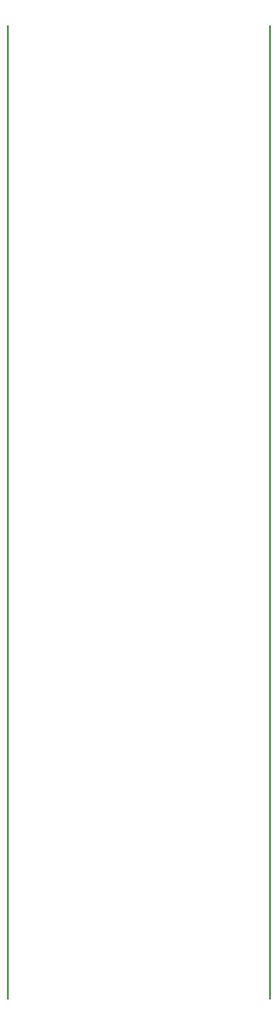
<source format=gbr>
G04 #@! TF.FileFunction,Legend,Top*
%FSLAX46Y46*%
G04 Gerber Fmt 4.6, Leading zero omitted, Abs format (unit mm)*
G04 Created by KiCad (PCBNEW 4.0.7) date 11/22/17 23:51:00*
%MOMM*%
%LPD*%
G01*
G04 APERTURE LIST*
%ADD10C,0.100000*%
%ADD11C,0.200000*%
G04 APERTURE END LIST*
D10*
D11*
X139700000Y-139700000D02*
X139700000Y-45720000D01*
X165100000Y-45720000D02*
X165100000Y-139700000D01*
M02*

</source>
